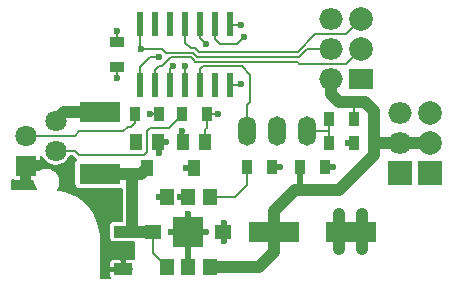
<source format=gbr>
G04 #@! TF.FileFunction,Copper,L1,Top,Signal*
%FSLAX46Y46*%
G04 Gerber Fmt 4.6, Leading zero omitted, Abs format (unit mm)*
G04 Created by KiCad (PCBNEW (2015-08-26 BZR 6129, Git 2e41367)-product) date 9/23/2019 12:40:43 AM*
%MOMM*%
G01*
G04 APERTURE LIST*
%ADD10C,0.100000*%
%ADD11R,1.600000X1.000000*%
%ADD12R,0.900000X1.300000*%
%ADD13R,1.300000X0.900000*%
%ADD14R,2.000000X1.800000*%
%ADD15O,2.000000X1.800000*%
%ADD16C,2.000000*%
%ADD17R,2.000000X2.000000*%
%ADD18O,1.500000X2.500000*%
%ADD19R,4.300000X1.800000*%
%ADD20R,1.200000X1.350000*%
%ADD21R,1.350000X1.200000*%
%ADD22R,2.600000X2.600000*%
%ADD23R,1.800000X1.800000*%
%ADD24C,1.800000*%
%ADD25R,3.500000X1.780000*%
%ADD26R,1.000000X1.400000*%
%ADD27R,0.600000X2.000000*%
%ADD28C,0.600000*%
%ADD29C,1.000000*%
%ADD30C,0.200000*%
%ADD31C,1.000000*%
%ADD32C,0.500000*%
%ADD33C,0.199000*%
G04 APERTURE END LIST*
D10*
D11*
X-10000000Y-7500000D03*
X-10000000Y-10700000D03*
D12*
X7450000Y0D03*
X9550000Y0D03*
D13*
X-10500000Y8550000D03*
X-10500000Y6450000D03*
D14*
X10160000Y5460000D03*
D15*
X7620000Y5460000D03*
D16*
X10160000Y8000000D03*
D15*
X7620000Y8000000D03*
D16*
X10160000Y10540000D03*
D15*
X7620000Y10540000D03*
D17*
X16000000Y-2540000D03*
X13460000Y-2540000D03*
D16*
X16000000Y0D03*
D15*
X13460000Y0D03*
D16*
X16000000Y2540000D03*
D15*
X13460000Y2540000D03*
D18*
X460000Y1000000D03*
X3000000Y1000000D03*
X5540000Y1000000D03*
D19*
X2750000Y-7500000D03*
X9250000Y-7500000D03*
D12*
X4950000Y-2000000D03*
X7050000Y-2000000D03*
X-2950000Y2500000D03*
X-5050000Y2500000D03*
X-6950000Y2500000D03*
X-9050000Y2500000D03*
X9550000Y2000000D03*
X7450000Y2000000D03*
D20*
X-2700000Y-4525000D03*
X-4500000Y-4525000D03*
X-6300000Y-4525000D03*
X-6300000Y-10475000D03*
X-4500000Y-10475000D03*
X-2700000Y-10475000D03*
D21*
X-7475000Y-7500000D03*
X-1525000Y-7500000D03*
D22*
X-4500000Y-7500000D03*
D23*
X-18270000Y-1905000D03*
D24*
X-15730000Y-635000D03*
X-18270000Y635000D03*
X-15730000Y1905000D03*
D25*
X-12000000Y2615000D03*
X-12000000Y-2615000D03*
D26*
X-7050000Y100000D03*
X-8950000Y100000D03*
X-8000000Y-2100000D03*
X-3050000Y100000D03*
X-4950000Y100000D03*
X-4000000Y-2100000D03*
D27*
X-940000Y10100000D03*
X-2210000Y10100000D03*
X-3480000Y10100000D03*
X-4750000Y10100000D03*
X-6020000Y10100000D03*
X-7290000Y10100000D03*
X-8560000Y10100000D03*
X-8560000Y4900000D03*
X-7290000Y4900000D03*
X-6020000Y4900000D03*
X-4750000Y4900000D03*
X-3480000Y4900000D03*
X-2210000Y4900000D03*
X-940000Y4900000D03*
D12*
X450000Y-2000000D03*
X2550000Y-2000000D03*
D28*
X-6000000Y-7500000D03*
X-10000000Y-9700000D03*
X-11300000Y-10700000D03*
X-10500000Y5500000D03*
X0Y5000000D03*
X3250000Y-2000000D03*
X9000000Y0D03*
X7750000Y-2000000D03*
D29*
X10250000Y-6000000D03*
X8250000Y-6000000D03*
X10250000Y-9000000D03*
X8250000Y-9000000D03*
D28*
X-3000000Y-7500000D03*
X-4500000Y-6000000D03*
X-4500000Y-9000000D03*
X-4700000Y-2100000D03*
X-6400000Y100000D03*
X-7000000Y-800000D03*
X-1500000Y-8250000D03*
X-1500000Y-6750000D03*
X-7000000Y-4600000D03*
X-5200000Y-4600000D03*
X-4500000Y-7500000D03*
X-5250000Y-6750000D03*
X-3750000Y-6750000D03*
X-3750000Y-8250000D03*
X-5250000Y-8250000D03*
X-10500000Y9500000D03*
X0Y10000000D03*
X-5000000Y1000000D03*
X-8500000Y8000000D03*
X-7750000Y2500000D03*
X-4750000Y6500000D03*
X-5750000Y6500000D03*
X-2000000Y2500000D03*
X-7000000Y7250000D03*
X200000Y9000000D03*
X-3000000Y8400000D03*
D30*
X-7475000Y-7500000D02*
X-7475000Y-9300000D01*
X-7475000Y-9300000D02*
X-6300000Y-10475000D01*
D31*
X-9250000Y-2615000D02*
X-8515000Y-2615000D01*
X-8515000Y-2615000D02*
X-8000000Y-2100000D01*
X-12000000Y-2615000D02*
X-9250000Y-2615000D01*
X-9250000Y-5500000D02*
X-9250000Y-7500000D01*
X-9250000Y-5500000D02*
X-9250000Y-2615000D01*
X-9250000Y-7500000D02*
X-7475000Y-7500000D01*
X-9000000Y-7500000D02*
X-10000000Y-7500000D01*
D32*
X-4500000Y-7500000D02*
X-6000000Y-7500000D01*
D30*
X-10000000Y-10700000D02*
X-10000000Y-9700000D01*
X-10000000Y-10700000D02*
X-11300000Y-10700000D01*
X-10500000Y6450000D02*
X-10500000Y5500000D01*
X-940000Y4900000D02*
X-100000Y4900000D01*
X-100000Y4900000D02*
X0Y5000000D01*
D32*
X2550000Y-2000000D02*
X3250000Y-2000000D01*
X9550000Y0D02*
X9000000Y0D01*
X7050000Y-2000000D02*
X7750000Y-2000000D01*
X-10000000Y-10700000D02*
X-9450000Y-10700000D01*
X-9450000Y-10700000D02*
X-9500000Y-10650000D01*
D31*
X9250000Y-7500000D02*
X10250000Y-7500000D01*
X10250000Y-7500000D02*
X10250000Y-6000000D01*
X9250000Y-7500000D02*
X8750000Y-7500000D01*
X8750000Y-7500000D02*
X8250000Y-7000000D01*
X8250000Y-7000000D02*
X8250000Y-6000000D01*
X9250000Y-7500000D02*
X10000000Y-7500000D01*
X10000000Y-7500000D02*
X10250000Y-7750000D01*
X10250000Y-7750000D02*
X10250000Y-9000000D01*
X9250000Y-7500000D02*
X8750000Y-7500000D01*
X8750000Y-7500000D02*
X8250000Y-8000000D01*
X8250000Y-8000000D02*
X8250000Y-9000000D01*
D32*
X-4500000Y-7500000D02*
X-3000000Y-7500000D01*
X-4500000Y-7500000D02*
X-4500000Y-6000000D01*
X-4500000Y-9000000D02*
X-4500000Y-7500000D01*
X-4500000Y-10475000D02*
X-4500000Y-9000000D01*
X-4000000Y-2100000D02*
X-4700000Y-2100000D01*
X-7050000Y100000D02*
X-6400000Y100000D01*
X-7050000Y100000D02*
X-7000000Y50000D01*
X-7000000Y50000D02*
X-7000000Y-800000D01*
D30*
X-1525000Y-7500000D02*
X-1525000Y-8225000D01*
X-1525000Y-8225000D02*
X-1500000Y-8250000D01*
X-1525000Y-7500000D02*
X-1525000Y-6775000D01*
X-1525000Y-6775000D02*
X-1500000Y-6750000D01*
X-6300000Y-4525000D02*
X-6925000Y-4525000D01*
X-6925000Y-4525000D02*
X-7000000Y-4600000D01*
X-4500000Y-4525000D02*
X-5125000Y-4525000D01*
X-5125000Y-4525000D02*
X-5200000Y-4600000D01*
X-4500000Y-7500000D02*
X-5250000Y-6750000D01*
X-3750000Y-8250000D02*
X-5250000Y-8250000D01*
X-7050000Y100000D02*
X-6900000Y250000D01*
X-10500000Y9500000D02*
X-10500000Y8550000D01*
X-940000Y10100000D02*
X-940000Y10560000D01*
X-940000Y10560000D02*
X-750000Y10000000D01*
X-750000Y10000000D02*
X0Y10000000D01*
D32*
X4950000Y-2000000D02*
X4950000Y-4000000D01*
X4950000Y-4000000D02*
X5250000Y-4000000D01*
D30*
X9550000Y2000000D02*
X9550000Y3500000D01*
X9500000Y3250000D02*
X9500000Y3500000D01*
X9500000Y3450000D02*
X9500000Y3250000D01*
X9550000Y3500000D02*
X9500000Y3450000D01*
D31*
X7620000Y5460000D02*
X7620000Y4130000D01*
X8250000Y3500000D02*
X9500000Y3500000D01*
X9500000Y3500000D02*
X10500000Y3500000D01*
X7620000Y4130000D02*
X8250000Y3500000D01*
X11250000Y0D02*
X11250000Y2750000D01*
X11250000Y2750000D02*
X10500000Y3500000D01*
X11250000Y0D02*
X11250000Y-1000000D01*
X4500000Y-4000000D02*
X2750000Y-5750000D01*
X2750000Y-7500000D02*
X2750000Y-5750000D01*
X8250000Y-4000000D02*
X5250000Y-4000000D01*
X5250000Y-4000000D02*
X4500000Y-4000000D01*
X11250000Y0D02*
X13460000Y0D01*
X11250000Y-1000000D02*
X8250000Y-4000000D01*
X16000000Y0D02*
X13460000Y0D01*
X-2700000Y-10475000D02*
X1525000Y-10475000D01*
X1525000Y-10475000D02*
X2750000Y-9250000D01*
X2750000Y-9250000D02*
X2750000Y-7500000D01*
D30*
X-6400002Y7650002D02*
X-4084314Y7650002D01*
X-4084314Y7650002D02*
X-3724998Y7290686D01*
X-3724998Y7290686D02*
X4856374Y7290686D01*
X4856374Y7290686D02*
X5565688Y8000000D01*
X5565688Y8000000D02*
X7620000Y8000000D01*
X-4950000Y100000D02*
X-4950000Y950000D01*
X-4950000Y950000D02*
X-5000000Y1000000D01*
X-8560000Y10100000D02*
X-8560000Y8060000D01*
X-8560000Y8060000D02*
X-8500000Y8000000D01*
X-8500000Y8000000D02*
X-6750000Y8000000D01*
X-6750000Y8000000D02*
X-6400002Y7650002D01*
X-6950000Y2500000D02*
X-7750000Y2500000D01*
X8890000Y6730000D02*
X4910684Y6730000D01*
X4910684Y6730000D02*
X4750000Y6890684D01*
X4750000Y6890684D02*
X-3890684Y6890684D01*
X-3890684Y6890684D02*
X-4000000Y7000000D01*
X-6000000Y7250000D02*
X-4250000Y7250000D01*
X-4250000Y7250000D02*
X-4000000Y7000000D01*
X-4000000Y7000000D02*
X-3890684Y6890684D01*
X-7000000Y6500000D02*
X-6750000Y6500000D01*
X-6750000Y6500000D02*
X-6000000Y7250000D01*
X-7290000Y4900000D02*
X-7290000Y6210000D01*
X-7290000Y6210000D02*
X-7000000Y6500000D01*
X8890000Y6730000D02*
X10160000Y8000000D01*
X-3559312Y7690688D02*
X4690688Y7690688D01*
X4690688Y7690688D02*
X4750000Y7750000D01*
X-4750000Y10100000D02*
X-4750000Y8500000D01*
X-4750000Y8500000D02*
X-4300004Y8050004D01*
X-4300004Y8050004D02*
X-3918628Y8050004D01*
X-3918628Y8050004D02*
X-3559312Y7690688D01*
X-4300004Y8050004D02*
X-4750000Y8500000D01*
X-4750000Y8500000D02*
X-4750000Y10100000D01*
X8890000Y9270000D02*
X6270000Y9270000D01*
X6270000Y9270000D02*
X4750000Y7750000D01*
X-4750000Y8500000D02*
X-4750000Y10100000D01*
X-4750000Y10100000D02*
X-4750000Y8650002D01*
X-4750000Y10100000D02*
X-4750000Y8650002D01*
X6270000Y9270000D02*
X6250000Y9250000D01*
X6250000Y9250000D02*
X6250000Y9270000D01*
X10160000Y10540000D02*
X8890000Y9270000D01*
X8890000Y9270000D02*
X6250000Y9270000D01*
X-4750000Y4900000D02*
X-4750000Y6500000D01*
X-4750000Y4900000D02*
X-4600000Y4750000D01*
X-4750000Y4900000D02*
X-4750000Y4000000D01*
X-6020000Y4900000D02*
X-6020000Y6230000D01*
X-6020000Y6230000D02*
X-5750000Y6500000D01*
X-7750000Y1250000D02*
X-6150000Y1250000D01*
X-6150000Y1250000D02*
X-5050000Y2350000D01*
X-5050000Y2350000D02*
X-5050000Y2500000D01*
X-5050000Y2500000D02*
X-5050000Y2200000D01*
X-8000000Y1000000D02*
X-7750000Y1250000D01*
X-8000000Y-750000D02*
X-8000000Y1000000D01*
X-8250000Y-1000000D02*
X-8000000Y-750000D01*
X-14115000Y-635000D02*
X-15730000Y-635000D01*
X-13750000Y-1000000D02*
X-14115000Y-635000D01*
X-8250000Y-1000000D02*
X-13750000Y-1000000D01*
X-18270000Y635000D02*
X-14115000Y635000D01*
X-14115000Y635000D02*
X-13750000Y1000000D01*
X-13750000Y1000000D02*
X-10000000Y1000000D01*
X-10000000Y1000000D02*
X-9625000Y1375000D01*
X-9625000Y1375000D02*
X-9375000Y1375000D01*
X-9625000Y1375000D02*
X-9375000Y1375000D01*
X-9050000Y1700000D02*
X-9050000Y2500000D01*
X-9375000Y1375000D02*
X-9050000Y1700000D01*
X-9050000Y1950000D02*
X-9050000Y2500000D01*
X7450000Y1000000D02*
X5540000Y1000000D01*
X7450000Y2000000D02*
X7450000Y1000000D01*
X7450000Y1000000D02*
X7450000Y0D01*
X-3480000Y4900000D02*
X-3480000Y6230000D01*
X-3480000Y6230000D02*
X-3219318Y6490682D01*
X-3219318Y6490682D02*
X9318Y6490682D01*
X9318Y6490682D02*
X750000Y5750000D01*
X750000Y5750000D02*
X750000Y3500000D01*
X750000Y3500000D02*
X460000Y3210000D01*
X460000Y3210000D02*
X460000Y1000000D01*
X460000Y460000D02*
X460000Y1000000D01*
X-2700000Y-4525000D02*
X-525000Y-4525000D01*
X450000Y-3550000D02*
X450000Y-2000000D01*
X-525000Y-4525000D02*
X450000Y-3550000D01*
D31*
X-12000000Y2615000D02*
X-15020000Y2615000D01*
X-15020000Y2615000D02*
X-15730000Y1905000D01*
D30*
X-3050000Y100000D02*
X-3050000Y1200000D01*
X-3050000Y1200000D02*
X-2950000Y1300000D01*
X-2950000Y1300000D02*
X-2950000Y2500000D01*
X-8560000Y4900000D02*
X-8560000Y6440000D01*
X-8560000Y6440000D02*
X-7750000Y7250000D01*
X-7750000Y7250000D02*
X-7000000Y7250000D01*
X-2950000Y2500000D02*
X-2000000Y2500000D01*
X200000Y9000000D02*
X-400000Y8400000D01*
X-400000Y8400000D02*
X-1800000Y8400000D01*
X-1800000Y8400000D02*
X-2210000Y8810000D01*
X-2210000Y8810000D02*
X-2210000Y10100000D01*
X-3480000Y10100000D02*
X-3480000Y8880000D01*
X-3480000Y8880000D02*
X-3000000Y8400000D01*
D33*
G36*
X-16891389Y-1231873D02*
X-16753338Y-1446087D01*
X-16576307Y-1629408D01*
X-16367041Y-1774851D01*
X-16133511Y-1876878D01*
X-15884610Y-1931602D01*
X-15629821Y-1936940D01*
X-15378848Y-1892686D01*
X-15141250Y-1800528D01*
X-14926077Y-1663975D01*
X-14741525Y-1488229D01*
X-14594624Y-1279983D01*
X-14529851Y-1134500D01*
X-14321900Y-1134500D01*
X-14103200Y-1353200D01*
X-14067519Y-1382509D01*
X-14032201Y-1412144D01*
X-14029902Y-1413408D01*
X-14027870Y-1415077D01*
X-14013598Y-1422730D01*
X-14015846Y-1424211D01*
X-14089119Y-1510182D01*
X-14135540Y-1613163D01*
X-14151433Y-1725000D01*
X-14151433Y-3505000D01*
X-14146360Y-3568619D01*
X-14112944Y-3676523D01*
X-14050789Y-3770846D01*
X-13964818Y-3844119D01*
X-13861837Y-3890540D01*
X-13750000Y-3906433D01*
X-10250000Y-3906433D01*
X-10186381Y-3901360D01*
X-10149500Y-3889939D01*
X-10149500Y-6598567D01*
X-10800000Y-6598567D01*
X-10863619Y-6603640D01*
X-10971523Y-6637056D01*
X-11065846Y-6699211D01*
X-11139119Y-6785182D01*
X-11185540Y-6888163D01*
X-11201433Y-7000000D01*
X-11201433Y-8000000D01*
X-11196360Y-8063619D01*
X-11162944Y-8171523D01*
X-11100789Y-8265846D01*
X-11014818Y-8339119D01*
X-10911837Y-8385540D01*
X-10800000Y-8401433D01*
X-9200000Y-8401433D01*
X-9175759Y-8399500D01*
X-9099500Y-8399500D01*
X-9099500Y-9812664D01*
X-9160652Y-9800500D01*
X-9749625Y-9800500D01*
X-9849500Y-9900375D01*
X-9849500Y-10549500D01*
X-9829500Y-10549500D01*
X-9829500Y-10850500D01*
X-9849500Y-10850500D01*
X-9849500Y-10870500D01*
X-10150500Y-10870500D01*
X-10150500Y-10850500D01*
X-11099625Y-10850500D01*
X-11199500Y-10950375D01*
X-11199500Y-11239347D01*
X-11184148Y-11316530D01*
X-11154032Y-11389234D01*
X-11129800Y-11425500D01*
X-11900500Y-11425500D01*
X-11900500Y-10160653D01*
X-11199500Y-10160653D01*
X-11199500Y-10449625D01*
X-11099625Y-10549500D01*
X-10150500Y-10549500D01*
X-10150500Y-9900375D01*
X-10250375Y-9800500D01*
X-10839348Y-9800500D01*
X-10916530Y-9815853D01*
X-10989234Y-9845968D01*
X-11054667Y-9889688D01*
X-11110312Y-9945334D01*
X-11154032Y-10010766D01*
X-11184148Y-10083470D01*
X-11199500Y-10160653D01*
X-11900500Y-10160653D01*
X-11900500Y-7809902D01*
X-11900621Y-7804991D01*
X-11901108Y-7795137D01*
X-11902075Y-7785374D01*
X-11903530Y-7775616D01*
X-11904374Y-7770776D01*
X-12100390Y-6790696D01*
X-12101532Y-6785667D01*
X-12104090Y-6775617D01*
X-12107155Y-6765752D01*
X-12110741Y-6756022D01*
X-12112647Y-6751235D01*
X-12404287Y-6070741D01*
X-12406529Y-6065875D01*
X-12411295Y-6056225D01*
X-12416545Y-6046896D01*
X-12422320Y-6037814D01*
X-12425317Y-6033371D01*
X-12914224Y-5348902D01*
X-12919267Y-5342423D01*
X-12929929Y-5329836D01*
X-12935495Y-5323791D01*
X-13323791Y-4935495D01*
X-13329836Y-4929929D01*
X-13342423Y-4919267D01*
X-13348902Y-4914224D01*
X-14033371Y-4425317D01*
X-14037814Y-4422320D01*
X-14046896Y-4416545D01*
X-14056225Y-4411295D01*
X-14065875Y-4406529D01*
X-14070741Y-4404287D01*
X-14751235Y-4112647D01*
X-14756022Y-4110741D01*
X-14765752Y-4107155D01*
X-14775617Y-4104090D01*
X-14785667Y-4101532D01*
X-14790696Y-4100390D01*
X-15552142Y-3948101D01*
X-15465679Y-3825533D01*
X-15373989Y-3619594D01*
X-15324046Y-3399768D01*
X-15320451Y-3142286D01*
X-15364237Y-2921150D01*
X-15450141Y-2712731D01*
X-15574891Y-2524967D01*
X-15733736Y-2365009D01*
X-15920625Y-2238951D01*
X-16128439Y-2151594D01*
X-16349263Y-2106266D01*
X-16574686Y-2104692D01*
X-16796122Y-2146933D01*
X-17005136Y-2231380D01*
X-17118403Y-2305500D01*
X-17869500Y-2305500D01*
X-17869500Y-3104625D01*
X-17769625Y-3204500D01*
X-17618957Y-3204500D01*
X-17621011Y-3351653D01*
X-17580317Y-3573378D01*
X-17497331Y-3782976D01*
X-17421592Y-3900500D01*
X-19425500Y-3900500D01*
X-19425500Y-3114479D01*
X-19424667Y-3115312D01*
X-19359234Y-3159032D01*
X-19286530Y-3189147D01*
X-19209348Y-3204500D01*
X-18770375Y-3204500D01*
X-18670500Y-3104625D01*
X-18670500Y-2305500D01*
X-18690500Y-2305500D01*
X-18690500Y-1504500D01*
X-18670500Y-1504500D01*
X-18670500Y-1484500D01*
X-17869500Y-1484500D01*
X-17869500Y-1504500D01*
X-17070375Y-1504500D01*
X-16970500Y-1404625D01*
X-16970500Y-1099500D01*
X-16943799Y-1099500D01*
X-16891389Y-1231873D01*
X-16891389Y-1231873D01*
G37*
X-16891389Y-1231873D02*
X-16753338Y-1446087D01*
X-16576307Y-1629408D01*
X-16367041Y-1774851D01*
X-16133511Y-1876878D01*
X-15884610Y-1931602D01*
X-15629821Y-1936940D01*
X-15378848Y-1892686D01*
X-15141250Y-1800528D01*
X-14926077Y-1663975D01*
X-14741525Y-1488229D01*
X-14594624Y-1279983D01*
X-14529851Y-1134500D01*
X-14321900Y-1134500D01*
X-14103200Y-1353200D01*
X-14067519Y-1382509D01*
X-14032201Y-1412144D01*
X-14029902Y-1413408D01*
X-14027870Y-1415077D01*
X-14013598Y-1422730D01*
X-14015846Y-1424211D01*
X-14089119Y-1510182D01*
X-14135540Y-1613163D01*
X-14151433Y-1725000D01*
X-14151433Y-3505000D01*
X-14146360Y-3568619D01*
X-14112944Y-3676523D01*
X-14050789Y-3770846D01*
X-13964818Y-3844119D01*
X-13861837Y-3890540D01*
X-13750000Y-3906433D01*
X-10250000Y-3906433D01*
X-10186381Y-3901360D01*
X-10149500Y-3889939D01*
X-10149500Y-6598567D01*
X-10800000Y-6598567D01*
X-10863619Y-6603640D01*
X-10971523Y-6637056D01*
X-11065846Y-6699211D01*
X-11139119Y-6785182D01*
X-11185540Y-6888163D01*
X-11201433Y-7000000D01*
X-11201433Y-8000000D01*
X-11196360Y-8063619D01*
X-11162944Y-8171523D01*
X-11100789Y-8265846D01*
X-11014818Y-8339119D01*
X-10911837Y-8385540D01*
X-10800000Y-8401433D01*
X-9200000Y-8401433D01*
X-9175759Y-8399500D01*
X-9099500Y-8399500D01*
X-9099500Y-9812664D01*
X-9160652Y-9800500D01*
X-9749625Y-9800500D01*
X-9849500Y-9900375D01*
X-9849500Y-10549500D01*
X-9829500Y-10549500D01*
X-9829500Y-10850500D01*
X-9849500Y-10850500D01*
X-9849500Y-10870500D01*
X-10150500Y-10870500D01*
X-10150500Y-10850500D01*
X-11099625Y-10850500D01*
X-11199500Y-10950375D01*
X-11199500Y-11239347D01*
X-11184148Y-11316530D01*
X-11154032Y-11389234D01*
X-11129800Y-11425500D01*
X-11900500Y-11425500D01*
X-11900500Y-10160653D01*
X-11199500Y-10160653D01*
X-11199500Y-10449625D01*
X-11099625Y-10549500D01*
X-10150500Y-10549500D01*
X-10150500Y-9900375D01*
X-10250375Y-9800500D01*
X-10839348Y-9800500D01*
X-10916530Y-9815853D01*
X-10989234Y-9845968D01*
X-11054667Y-9889688D01*
X-11110312Y-9945334D01*
X-11154032Y-10010766D01*
X-11184148Y-10083470D01*
X-11199500Y-10160653D01*
X-11900500Y-10160653D01*
X-11900500Y-7809902D01*
X-11900621Y-7804991D01*
X-11901108Y-7795137D01*
X-11902075Y-7785374D01*
X-11903530Y-7775616D01*
X-11904374Y-7770776D01*
X-12100390Y-6790696D01*
X-12101532Y-6785667D01*
X-12104090Y-6775617D01*
X-12107155Y-6765752D01*
X-12110741Y-6756022D01*
X-12112647Y-6751235D01*
X-12404287Y-6070741D01*
X-12406529Y-6065875D01*
X-12411295Y-6056225D01*
X-12416545Y-6046896D01*
X-12422320Y-6037814D01*
X-12425317Y-6033371D01*
X-12914224Y-5348902D01*
X-12919267Y-5342423D01*
X-12929929Y-5329836D01*
X-12935495Y-5323791D01*
X-13323791Y-4935495D01*
X-13329836Y-4929929D01*
X-13342423Y-4919267D01*
X-13348902Y-4914224D01*
X-14033371Y-4425317D01*
X-14037814Y-4422320D01*
X-14046896Y-4416545D01*
X-14056225Y-4411295D01*
X-14065875Y-4406529D01*
X-14070741Y-4404287D01*
X-14751235Y-4112647D01*
X-14756022Y-4110741D01*
X-14765752Y-4107155D01*
X-14775617Y-4104090D01*
X-14785667Y-4101532D01*
X-14790696Y-4100390D01*
X-15552142Y-3948101D01*
X-15465679Y-3825533D01*
X-15373989Y-3619594D01*
X-15324046Y-3399768D01*
X-15320451Y-3142286D01*
X-15364237Y-2921150D01*
X-15450141Y-2712731D01*
X-15574891Y-2524967D01*
X-15733736Y-2365009D01*
X-15920625Y-2238951D01*
X-16128439Y-2151594D01*
X-16349263Y-2106266D01*
X-16574686Y-2104692D01*
X-16796122Y-2146933D01*
X-17005136Y-2231380D01*
X-17118403Y-2305500D01*
X-17869500Y-2305500D01*
X-17869500Y-3104625D01*
X-17769625Y-3204500D01*
X-17618957Y-3204500D01*
X-17621011Y-3351653D01*
X-17580317Y-3573378D01*
X-17497331Y-3782976D01*
X-17421592Y-3900500D01*
X-19425500Y-3900500D01*
X-19425500Y-3114479D01*
X-19424667Y-3115312D01*
X-19359234Y-3159032D01*
X-19286530Y-3189147D01*
X-19209348Y-3204500D01*
X-18770375Y-3204500D01*
X-18670500Y-3104625D01*
X-18670500Y-2305500D01*
X-18690500Y-2305500D01*
X-18690500Y-1504500D01*
X-18670500Y-1504500D01*
X-18670500Y-1484500D01*
X-17869500Y-1484500D01*
X-17869500Y-1504500D01*
X-17070375Y-1504500D01*
X-16970500Y-1404625D01*
X-16970500Y-1099500D01*
X-16943799Y-1099500D01*
X-16891389Y-1231873D01*
M02*

</source>
